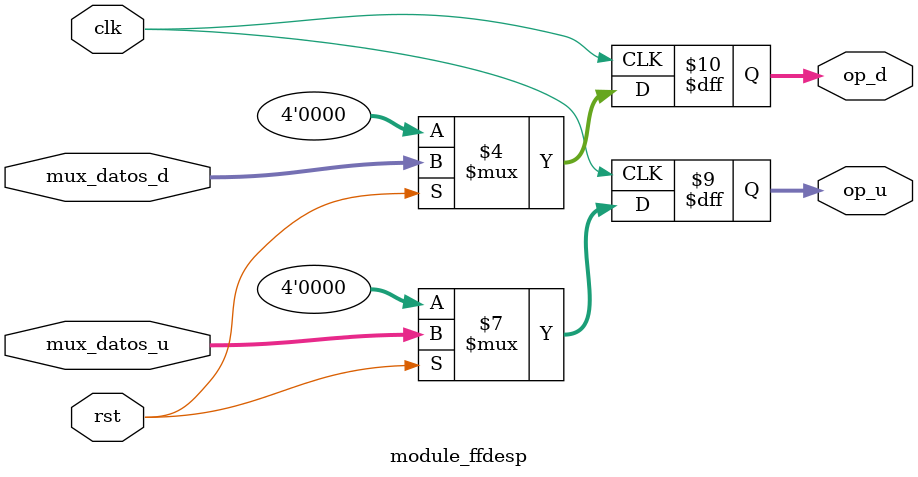
<source format=sv>
module module_ffdesp(
    // Flip flop para guardar operandos de unidaes y decenas antes de ser enviadas
    // al sistema de despliegue
    input logic clk,
    input logic rst,
    input logic [3:0] mux_datos_u,
    input logic [3:0] mux_datos_d,
    output logic [3:0] op_u,
    output logic [3:0] op_d
);
always_ff@(posedge clk)begin
    if (!rst) begin
        op_u <= '0;
        op_d <= '0;
    end
    else begin
        op_u <= mux_datos_u;
        op_d <= mux_datos_d;
    end
end
endmodule
</source>
